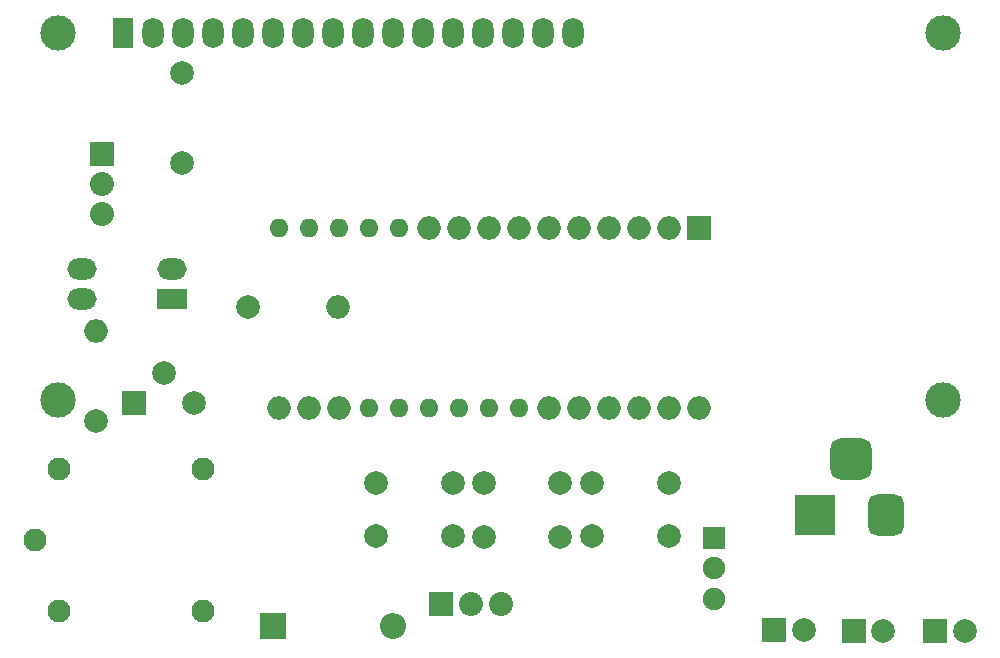
<source format=gbr>
%TF.GenerationSoftware,KiCad,Pcbnew,(6.0.0)*%
%TF.CreationDate,2022-01-31T16:35:01+07:00*%
%TF.ProjectId,eggmodel_V1,6567676d-6f64-4656-9c5f-56312e6b6963,rev?*%
%TF.SameCoordinates,Original*%
%TF.FileFunction,Soldermask,Top*%
%TF.FilePolarity,Negative*%
%FSLAX46Y46*%
G04 Gerber Fmt 4.6, Leading zero omitted, Abs format (unit mm)*
G04 Created by KiCad (PCBNEW (6.0.0)) date 2022-01-31 16:35:01*
%MOMM*%
%LPD*%
G01*
G04 APERTURE LIST*
G04 Aperture macros list*
%AMRoundRect*
0 Rectangle with rounded corners*
0 $1 Rounding radius*
0 $2 $3 $4 $5 $6 $7 $8 $9 X,Y pos of 4 corners*
0 Add a 4 corners polygon primitive as box body*
4,1,4,$2,$3,$4,$5,$6,$7,$8,$9,$2,$3,0*
0 Add four circle primitives for the rounded corners*
1,1,$1+$1,$2,$3*
1,1,$1+$1,$4,$5*
1,1,$1+$1,$6,$7*
1,1,$1+$1,$8,$9*
0 Add four rect primitives between the rounded corners*
20,1,$1+$1,$2,$3,$4,$5,0*
20,1,$1+$1,$4,$5,$6,$7,0*
20,1,$1+$1,$6,$7,$8,$9,0*
20,1,$1+$1,$8,$9,$2,$3,0*%
G04 Aperture macros list end*
%ADD10C,2.000000*%
%ADD11O,2.000000X2.000000*%
%ADD12C,3.000000*%
%ADD13R,1.800000X2.600000*%
%ADD14O,1.800000X2.600000*%
%ADD15R,2.000000X2.000000*%
%ADD16O,1.600000X1.600000*%
%ADD17R,2.040000X2.040000*%
%ADD18C,2.040000*%
%ADD19C,1.950000*%
%ADD20R,2.500000X1.800000*%
%ADD21O,2.500000X1.800000*%
%ADD22R,1.910000X1.910000*%
%ADD23C,1.910000*%
%ADD24R,2.200000X2.200000*%
%ADD25O,2.200000X2.200000*%
%ADD26R,3.500000X3.500000*%
%ADD27RoundRect,0.750000X0.750000X1.000000X-0.750000X1.000000X-0.750000X-1.000000X0.750000X-1.000000X0*%
%ADD28RoundRect,0.875000X0.875000X0.875000X-0.875000X0.875000X-0.875000X-0.875000X0.875000X-0.875000X0*%
G04 APERTURE END LIST*
D10*
%TO.C,R2*%
X131460000Y-74950000D03*
D11*
X139080000Y-74950000D03*
%TD*%
D12*
%TO.C,DS1*%
X115340900Y-82763200D03*
X190340000Y-51762500D03*
X190339480Y-82763200D03*
X115340900Y-51762500D03*
D13*
X120840000Y-51762500D03*
D14*
X123380000Y-51762500D03*
X125920000Y-51762500D03*
X128460000Y-51762500D03*
X131000000Y-51762500D03*
X133540000Y-51762500D03*
X136080000Y-51762500D03*
X138620000Y-51762500D03*
X141160000Y-51762500D03*
X143700000Y-51762500D03*
X146240000Y-51762500D03*
X148780000Y-51762500D03*
X151320000Y-51762500D03*
X153860000Y-51762500D03*
X156400000Y-51762500D03*
X158940000Y-51762500D03*
%TD*%
D15*
%TO.C,A1*%
X169620000Y-68220000D03*
D11*
X167080000Y-68220000D03*
X164540000Y-68220000D03*
X162000000Y-68220000D03*
X159460000Y-68220000D03*
X156920000Y-68220000D03*
X154380000Y-68220000D03*
X151840000Y-68220000D03*
X149300000Y-68220000D03*
X146760000Y-68220000D03*
D16*
X144220000Y-68220000D03*
X141680000Y-68220000D03*
X139140000Y-68220000D03*
X136600000Y-68220000D03*
X134060000Y-68220000D03*
D11*
X134060000Y-83460000D03*
X136600000Y-83460000D03*
X139140000Y-83460000D03*
D16*
X141680000Y-83460000D03*
X144220000Y-83460000D03*
X146760000Y-83460000D03*
X149300000Y-83460000D03*
X151840000Y-83460000D03*
X154380000Y-83460000D03*
D11*
X156920000Y-83460000D03*
X159460000Y-83460000D03*
X162000000Y-83460000D03*
X164540000Y-83460000D03*
X167080000Y-83460000D03*
X169620000Y-83460000D03*
%TD*%
D10*
%TO.C,SW3*%
X167100000Y-89850000D03*
X160600000Y-89850000D03*
X167100000Y-94350000D03*
X160600000Y-94350000D03*
%TD*%
D17*
%TO.C,J2*%
X147838500Y-100040000D03*
D18*
X150378500Y-100040000D03*
X152918500Y-100040000D03*
%TD*%
D15*
%TO.C,C1*%
X182747621Y-102320000D03*
D10*
X185247621Y-102320000D03*
%TD*%
D15*
%TO.C,Q1*%
X121810000Y-83040000D03*
D10*
X124350000Y-80500000D03*
X126890000Y-83040000D03*
%TD*%
D15*
%TO.C,C2*%
X189647621Y-102320000D03*
D10*
X192147621Y-102320000D03*
%TD*%
D17*
%TO.C,J1*%
X119120000Y-61988500D03*
D18*
X119120000Y-64528500D03*
X119120000Y-67068500D03*
%TD*%
D10*
%TO.C,R1*%
X125910000Y-55122500D03*
X125910000Y-62742500D03*
%TD*%
D19*
%TO.C,K1*%
X115460000Y-100670000D03*
X115460000Y-88670000D03*
X113460000Y-94670000D03*
X127660000Y-88670000D03*
X127660000Y-100670000D03*
%TD*%
D10*
%TO.C,R3*%
X118620000Y-84600000D03*
D11*
X118620000Y-76980000D03*
%TD*%
D20*
%TO.C,U1*%
X125020000Y-74215000D03*
D21*
X125020000Y-71675000D03*
X117400000Y-71675000D03*
X117400000Y-74215000D03*
%TD*%
D15*
%TO.C,C3*%
X176017621Y-102270000D03*
D10*
X178517621Y-102270000D03*
%TD*%
D22*
%TO.C,U2*%
X170920000Y-94510000D03*
D23*
X170920000Y-97060000D03*
X170920000Y-99610000D03*
%TD*%
D24*
%TO.C,D1*%
X133610000Y-101900000D03*
D25*
X143770000Y-101900000D03*
%TD*%
D10*
%TO.C,SW1*%
X142310000Y-89850000D03*
X148810000Y-89850000D03*
X142310000Y-94350000D03*
X148810000Y-94350000D03*
%TD*%
%TO.C,SW2*%
X151420000Y-89870000D03*
X157920000Y-89870000D03*
X157920000Y-94370000D03*
X151420000Y-94370000D03*
%TD*%
D26*
%TO.C,J3*%
X179510000Y-92507500D03*
D27*
X185510000Y-92507500D03*
D28*
X182510000Y-87807500D03*
%TD*%
M02*

</source>
